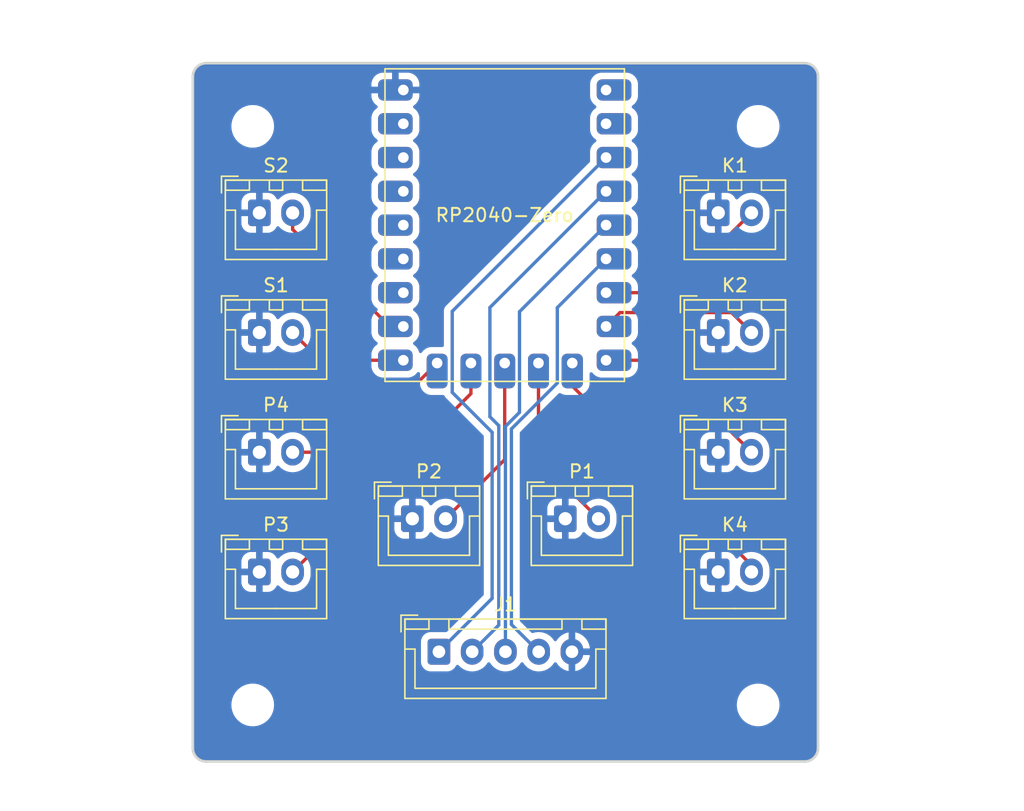
<source format=kicad_pcb>
(kicad_pcb (version 20221018) (generator pcbnew)
  (layers (0 "F.Cu" signal) (31 "B.Cu" signal) (34 "B.Paste" user) (35 "F.Paste" user) (36 "B.SilkS" user "B.Silkscreen") (37 "F.SilkS" user "F.Silkscreen") (38 "B.Mask" user) (39 "F.Mask" user) (44 "Edge.Cuts" user))
  (net 0 "")
  (net 1 "/COM")
  (net 2 "/1P")
  (net 3 "/2P")
  (net 4 "/3P")
  (net 5 "/4P")
  (net 6 "/1K")
  (net 7 "/2K")
  (net 8 "/3K")
  (net 9 "/4K")
  (net 10 "/S1")
  (net 11 "/S2")
  (net 12 "/UP")
  (net 13 "/DOWN")
  (net 14 "/RIGHT")
  (net 15 "/LEFT")
  (footprint "Connector_JST:JST_XH_B2B-XH-A_1x02_P2.50mm_Vertical" (layer "F.Cu") (at 188.5 79)
    (fp_text reference "P1" (at 1.25 -3.55) (layer "F.SilkS"))
    (fp_text value "Conn_01x02_Socket")
    (fp_line (start -2.85 -2.75) (end -2.85 -1.5) (stroke (width 0.12)) (layer "F.SilkS"))
    (fp_line (start -2.56 -2.46) (end -2.56 3.51) (stroke (width 0.12)) (layer "F.SilkS"))
    (fp_line (start -2.56 3.51) (end 5.06 3.51) (stroke (width 0.12)) (layer "F.SilkS"))
    (fp_line (start -2.55 -2.45) (end -2.55 -1.7) (stroke (width 0.12)) (layer "F.SilkS"))
    (fp_line (start -2.55 -1.7) (end -0.75 -1.7) (stroke (width 0.12)) (layer "F.SilkS"))
    (fp_line (start -2.55 -0.2) (end -1.8 -0.2) (stroke (width 0.12)) (layer "F.SilkS"))
    (fp_line (start -1.8 -0.2) (end -1.8 2.75) (stroke (width 0.12)) (layer "F.SilkS"))
    (fp_line (start -1.8 2.75) (end 1.25 2.75) (stroke (width 0.12)) (layer "F.SilkS"))
    (fp_line (start -1.6 -2.75) (end -2.85 -2.75) (stroke (width 0.12)) (layer "F.SilkS"))
    (fp_line (start -0.75 -2.45) (end -2.55 -2.45) (stroke (width 0.12)) (layer "F.SilkS"))
    (fp_line (start -0.75 -1.7) (end -0.75 -2.45) (stroke (width 0.12)) (layer "F.SilkS"))
    (fp_line (start 0.75 -2.45) (end 0.75 -1.7) (stroke (width 0.12)) (layer "F.SilkS"))
    (fp_line (start 0.75 -1.7) (end 1.75 -1.7) (stroke (width 0.12)) (layer "F.SilkS"))
    (fp_line (start 1.75 -2.45) (end 0.75 -2.45) (stroke (width 0.12)) (layer "F.SilkS"))
    (fp_line (start 1.75 -1.7) (end 1.75 -2.45) (stroke (width 0.12)) (layer "F.SilkS"))
    (fp_line (start 3.25 -2.45) (end 3.25 -1.7) (stroke (width 0.12)) (layer "F.SilkS"))
    (fp_line (start 3.25 -1.7) (end 5.05 -1.7) (stroke (width 0.12)) (layer "F.SilkS"))
    (fp_line (start 4.3 -0.2) (end 4.3 2.75) (stroke (width 0.12)) (layer "F.SilkS"))
    (fp_line (start 4.3 2.75) (end 1.25 2.75) (stroke (width 0.12)) (layer "F.SilkS"))
    (fp_line (start 5.05 -2.45) (end 3.25 -2.45) (stroke (width 0.12)) (layer "F.SilkS"))
    (fp_line (start 5.05 -1.7) (end 5.05 -2.45) (stroke (width 0.12)) (layer "F.SilkS"))
    (fp_line (start 5.05 -0.2) (end 4.3 -0.2) (stroke (width 0.12)) (layer "F.SilkS"))
    (fp_line (start 5.06 -2.46) (end -2.56 -2.46) (stroke (width 0.12)) (layer "F.SilkS"))
    (fp_line (start 5.06 3.51) (end 5.06 -2.46) (stroke (width 0.12)) (layer "F.SilkS"))
    (pad "1" thru_hole roundrect (at 0 0) (size 1.7 2) (drill 1) (layers "*.Cu" "*.Mask") (roundrect_rratio 0.1470588235) (net 1 "/COM"))
    (pad "2" thru_hole oval (at 2.5 0) (size 1.7 2) (drill 1) (layers "*.Cu" "*.Mask") (net 2 "/1P"))
  )
  (footprint "MountingHole:MountingHole_2.7mm_M2.5" (layer "F.Cu") (at 165 49.5)
    (fp_text reference "REF**" hide)
    (fp_text value "MountingHole_2.7mm_M2.5")
    (pad "" np_thru_hole circle (at 0 0) (size 2.7 2.7) (drill 2.7) (layers "*.Cu" "*.Mask"))
  )
  (footprint "MountingHole:MountingHole_2.7mm_M2.5" (layer "F.Cu") (at 165 93)
    (fp_text reference "REF**" hide)
    (fp_text value "MountingHole_2.7mm_M2.5")
    (pad "" np_thru_hole circle (at 0 0) (size 2.7 2.7) (drill 2.7) (layers "*.Cu" "*.Mask"))
  )
  (footprint "Connector_JST:JST_XH_B2B-XH-A_1x02_P2.50mm_Vertical" (layer "F.Cu") (at 200 56)
    (fp_text reference "K1" (at 1.25 -3.55) (layer "F.SilkS"))
    (fp_text value "Conn_01x02_Socket")
    (fp_line (start -2.85 -2.75) (end -2.85 -1.5) (stroke (width 0.12)) (layer "F.SilkS"))
    (fp_line (start -2.56 -2.46) (end -2.56 3.51) (stroke (width 0.12)) (layer "F.SilkS"))
    (fp_line (start -2.56 3.51) (end 5.06 3.51) (stroke (width 0.12)) (layer "F.SilkS"))
    (fp_line (start -2.55 -2.45) (end -2.55 -1.7) (stroke (width 0.12)) (layer "F.SilkS"))
    (fp_line (start -2.55 -1.7) (end -0.75 -1.7) (stroke (width 0.12)) (layer "F.SilkS"))
    (fp_line (start -2.55 -0.2) (end -1.8 -0.2) (stroke (width 0.12)) (layer "F.SilkS"))
    (fp_line (start -1.8 -0.2) (end -1.8 2.75) (stroke (width 0.12)) (layer "F.SilkS"))
    (fp_line (start -1.8 2.75) (end 1.25 2.75) (stroke (width 0.12)) (layer "F.SilkS"))
    (fp_line (start -1.6 -2.75) (end -2.85 -2.75) (stroke (width 0.12)) (layer "F.SilkS"))
    (fp_line (start -0.75 -2.45) (end -2.55 -2.45) (stroke (width 0.12)) (layer "F.SilkS"))
    (fp_line (start -0.75 -1.7) (end -0.75 -2.45) (stroke (width 0.12)) (layer "F.SilkS"))
    (fp_line (start 0.75 -2.45) (end 0.75 -1.7) (stroke (width 0.12)) (layer "F.SilkS"))
    (fp_line (start 0.75 -1.7) (end 1.75 -1.7) (stroke (width 0.12)) (layer "F.SilkS"))
    (fp_line (start 1.75 -2.45) (end 0.75 -2.45) (stroke (width 0.12)) (layer "F.SilkS"))
    (fp_line (start 1.75 -1.7) (end 1.75 -2.45) (stroke (width 0.12)) (layer "F.SilkS"))
    (fp_line (start 3.25 -2.45) (end 3.25 -1.7) (stroke (width 0.12)) (layer "F.SilkS"))
    (fp_line (start 3.25 -1.7) (end 5.05 -1.7) (stroke (width 0.12)) (layer "F.SilkS"))
    (fp_line (start 4.3 -0.2) (end 4.3 2.75) (stroke (width 0.12)) (layer "F.SilkS"))
    (fp_line (start 4.3 2.75) (end 1.25 2.75) (stroke (width 0.12)) (layer "F.SilkS"))
    (fp_line (start 5.05 -2.45) (end 3.25 -2.45) (stroke (width 0.12)) (layer "F.SilkS"))
    (fp_line (start 5.05 -1.7) (end 5.05 -2.45) (stroke (width 0.12)) (layer "F.SilkS"))
    (fp_line (start 5.05 -0.2) (end 4.3 -0.2) (stroke (width 0.12)) (layer "F.SilkS"))
    (fp_line (start 5.06 -2.46) (end -2.56 -2.46) (stroke (width 0.12)) (layer "F.SilkS"))
    (fp_line (start 5.06 3.51) (end 5.06 -2.46) (stroke (width 0.12)) (layer "F.SilkS"))
    (pad "1" thru_hole roundrect (at 0 0) (size 1.7 2) (drill 1) (layers "*.Cu" "*.Mask") (roundrect_rratio 0.1470588235) (net 1 "/COM"))
    (pad "2" thru_hole oval (at 2.5 0) (size 1.7 2) (drill 1) (layers "*.Cu" "*.Mask") (net 6 "/1K"))
  )
  (footprint "Connector_JST:JST_XH_B2B-XH-A_1x02_P2.50mm_Vertical" (layer "F.Cu") (at 200 83)
    (fp_text reference "K4" (at 1.25 -3.55) (layer "F.SilkS"))
    (fp_text value "Conn_01x02_Socket")
    (fp_line (start -2.85 -2.75) (end -2.85 -1.5) (stroke (width 0.12)) (layer "F.SilkS"))
    (fp_line (start -2.56 -2.46) (end -2.56 3.51) (stroke (width 0.12)) (layer "F.SilkS"))
    (fp_line (start -2.56 3.51) (end 5.06 3.51) (stroke (width 0.12)) (layer "F.SilkS"))
    (fp_line (start -2.55 -2.45) (end -2.55 -1.7) (stroke (width 0.12)) (layer "F.SilkS"))
    (fp_line (start -2.55 -1.7) (end -0.75 -1.7) (stroke (width 0.12)) (layer "F.SilkS"))
    (fp_line (start -2.55 -0.2) (end -1.8 -0.2) (stroke (width 0.12)) (layer "F.SilkS"))
    (fp_line (start -1.8 -0.2) (end -1.8 2.75) (stroke (width 0.12)) (layer "F.SilkS"))
    (fp_line (start -1.8 2.75) (end 1.25 2.75) (stroke (width 0.12)) (layer "F.SilkS"))
    (fp_line (start -1.6 -2.75) (end -2.85 -2.75) (stroke (width 0.12)) (layer "F.SilkS"))
    (fp_line (start -0.75 -2.45) (end -2.55 -2.45) (stroke (width 0.12)) (layer "F.SilkS"))
    (fp_line (start -0.75 -1.7) (end -0.75 -2.45) (stroke (width 0.12)) (layer "F.SilkS"))
    (fp_line (start 0.75 -2.45) (end 0.75 -1.7) (stroke (width 0.12)) (layer "F.SilkS"))
    (fp_line (start 0.75 -1.7) (end 1.75 -1.7) (stroke (width 0.12)) (layer "F.SilkS"))
    (fp_line (start 1.75 -2.45) (end 0.75 -2.45) (stroke (width 0.12)) (layer "F.SilkS"))
    (fp_line (start 1.75 -1.7) (end 1.75 -2.45) (stroke (width 0.12)) (layer "F.SilkS"))
    (fp_line (start 3.25 -2.45) (end 3.25 -1.7) (stroke (width 0.12)) (layer "F.SilkS"))
    (fp_line (start 3.25 -1.7) (end 5.05 -1.7) (stroke (width 0.12)) (layer "F.SilkS"))
    (fp_line (start 4.3 -0.2) (end 4.3 2.75) (stroke (width 0.12)) (layer "F.SilkS"))
    (fp_line (start 4.3 2.75) (end 1.25 2.75) (stroke (width 0.12)) (layer "F.SilkS"))
    (fp_line (start 5.05 -2.45) (end 3.25 -2.45) (stroke (width 0.12)) (layer "F.SilkS"))
    (fp_line (start 5.05 -1.7) (end 5.05 -2.45) (stroke (width 0.12)) (layer "F.SilkS"))
    (fp_line (start 5.05 -0.2) (end 4.3 -0.2) (stroke (width 0.12)) (layer "F.SilkS"))
    (fp_line (start 5.06 -2.46) (end -2.56 -2.46) (stroke (width 0.12)) (layer "F.SilkS"))
    (fp_line (start 5.06 3.51) (end 5.06 -2.46) (stroke (width 0.12)) (layer "F.SilkS"))
    (pad "1" thru_hole roundrect (at 0 0) (size 1.7 2) (drill 1) (layers "*.Cu" "*.Mask") (roundrect_rratio 0.1470588235) (net 1 "/COM"))
    (pad "2" thru_hole oval (at 2.5 0) (size 1.7 2) (drill 1) (layers "*.Cu" "*.Mask") (net 9 "/4K"))
  )
  (footprint "Connector_JST:JST_XH_B5B-XH-A_1x05_P2.50mm_Vertical" (layer "F.Cu") (at 179 89)
    (fp_text reference "J1" (at 5 -3.55) (layer "F.SilkS"))
    (fp_text value "Conn_01x04_Socket")
    (fp_line (start -2.85 -2.75) (end -2.85 -1.5) (stroke (width 0.12)) (layer "F.SilkS"))
    (fp_line (start -2.56 -2.46) (end -2.56 3.51) (stroke (width 0.12)) (layer "F.SilkS"))
    (fp_line (start -2.56 3.51) (end 12.56 3.51) (stroke (width 0.12)) (layer "F.SilkS"))
    (fp_line (start -2.55 -2.45) (end -2.55 -1.7) (stroke (width 0.12)) (layer "F.SilkS"))
    (fp_line (start -2.55 -1.7) (end -0.75 -1.7) (stroke (width 0.12)) (layer "F.SilkS"))
    (fp_line (start -2.55 -0.2) (end -1.8 -0.2) (stroke (width 0.12)) (layer "F.SilkS"))
    (fp_line (start -1.8 -0.2) (end -1.8 2.75) (stroke (width 0.12)) (layer "F.SilkS"))
    (fp_line (start -1.8 2.75) (end 5 2.75) (stroke (width 0.12)) (layer "F.SilkS"))
    (fp_line (start -1.6 -2.75) (end -2.85 -2.75) (stroke (width 0.12)) (layer "F.SilkS"))
    (fp_line (start -0.75 -2.45) (end -2.55 -2.45) (stroke (width 0.12)) (layer "F.SilkS"))
    (fp_line (start -0.75 -1.7) (end -0.75 -2.45) (stroke (width 0.12)) (layer "F.SilkS"))
    (fp_line (start 0.75 -2.45) (end 0.75 -1.7) (stroke (width 0.12)) (layer "F.SilkS"))
    (fp_line (start 0.75 -1.7) (end 9.25 -1.7) (stroke (width 0.12)) (layer "F.SilkS"))
    (fp_line (start 9.25 -2.45) (end 0.75 -2.45) (stroke (width 0.12)) (layer "F.SilkS"))
    (fp_line (start 9.25 -1.7) (end 9.25 -2.45) (stroke (width 0.12)) (layer "F.SilkS"))
    (fp_line (start 10.75 -2.45) (end 10.75 -1.7) (stroke (width 0.12)) (layer "F.SilkS"))
    (fp_line (start 10.75 -1.7) (end 12.55 -1.7) (stroke (width 0.12)) (layer "F.SilkS"))
    (fp_line (start 11.8 -0.2) (end 11.8 2.75) (stroke (width 0.12)) (layer "F.SilkS"))
    (fp_line (start 11.8 2.75) (end 5 2.75) (stroke (width 0.12)) (layer "F.SilkS"))
    (fp_line (start 12.55 -2.45) (end 10.75 -2.45) (stroke (width 0.12)) (layer "F.SilkS"))
    (fp_line (start 12.55 -1.7) (end 12.55 -2.45) (stroke (width 0.12)) (layer "F.SilkS"))
    (fp_line (start 12.55 -0.2) (end 11.8 -0.2) (stroke (width 0.12)) (layer "F.SilkS"))
    (fp_line (start 12.56 -2.46) (end -2.56 -2.46) (stroke (width 0.12)) (layer "F.SilkS"))
    (fp_line (start 12.56 3.51) (end 12.56 -2.46) (stroke (width 0.12)) (layer "F.SilkS"))
    (pad "1" thru_hole roundrect (at 0 0) (size 1.7 1.95) (drill 0.95) (layers "*.Cu" "*.Mask") (roundrect_rratio 0.1470588235) (net 12 "/UP"))
    (pad "2" thru_hole oval (at 2.5 0) (size 1.7 1.95) (drill 0.95) (layers "*.Cu" "*.Mask") (net 13 "/DOWN"))
    (pad "3" thru_hole oval (at 5 0) (size 1.7 1.95) (drill 0.95) (layers "*.Cu" "*.Mask") (net 14 "/RIGHT"))
    (pad "4" thru_hole oval (at 7.5 0) (size 1.7 1.95) (drill 0.95) (layers "*.Cu" "*.Mask") (net 15 "/LEFT"))
    (pad "5" thru_hole oval (at 10 0) (size 1.7 1.95) (drill 0.95) (layers "*.Cu" "*.Mask") (net 1 "/COM"))
  )
  (footprint "Connector_JST:JST_XH_B2B-XH-A_1x02_P2.50mm_Vertical" (layer "F.Cu") (at 165.5 56)
    (fp_text reference "S2" (at 1.25 -3.55) (layer "F.SilkS"))
    (fp_text value "Conn_01x02_Socket")
    (fp_line (start -2.85 -2.75) (end -2.85 -1.5) (stroke (width 0.12)) (layer "F.SilkS"))
    (fp_line (start -2.56 -2.46) (end -2.56 3.51) (stroke (width 0.12)) (layer "F.SilkS"))
    (fp_line (start -2.56 3.51) (end 5.06 3.51) (stroke (width 0.12)) (layer "F.SilkS"))
    (fp_line (start -2.55 -2.45) (end -2.55 -1.7) (stroke (width 0.12)) (layer "F.SilkS"))
    (fp_line (start -2.55 -1.7) (end -0.75 -1.7) (stroke (width 0.12)) (layer "F.SilkS"))
    (fp_line (start -2.55 -0.2) (end -1.8 -0.2) (stroke (width 0.12)) (layer "F.SilkS"))
    (fp_line (start -1.8 -0.2) (end -1.8 2.75) (stroke (width 0.12)) (layer "F.SilkS"))
    (fp_line (start -1.8 2.75) (end 1.25 2.75) (stroke (width 0.12)) (layer "F.SilkS"))
    (fp_line (start -1.6 -2.75) (end -2.85 -2.75) (stroke (width 0.12)) (layer "F.SilkS"))
    (fp_line (start -0.75 -2.45) (end -2.55 -2.45) (stroke (width 0.12)) (layer "F.SilkS"))
    (fp_line (start -0.75 -1.7) (end -0.75 -2.45) (stroke (width 0.12)) (layer "F.SilkS"))
    (fp_line (start 0.75 -2.45) (end 0.75 -1.7) (stroke (width 0.12)) (layer "F.SilkS"))
    (fp_line (start 0.75 -1.7) (end 1.75 -1.7) (stroke (width 0.12)) (layer "F.SilkS"))
    (fp_line (start 1.75 -2.45) (end 0.75 -2.45) (stroke (width 0.12)) (layer "F.SilkS"))
    (fp_line (start 1.75 -1.7) (end 1.75 -2.45) (stroke (width 0.12)) (layer "F.SilkS"))
    (fp_line (start 3.25 -2.45) (end 3.25 -1.7) (stroke (width 0.12)) (layer "F.SilkS"))
    (fp_line (start 3.25 -1.7) (end 5.05 -1.7) (stroke (width 0.12)) (layer "F.SilkS"))
    (fp_line (start 4.3 -0.2) (end 4.3 2.75) (stroke (width 0.12)) (layer "F.SilkS"))
    (fp_line (start 4.3 2.75) (end 1.25 2.75) (stroke (width 0.12)) (layer "F.SilkS"))
    (fp_line (start 5.05 -2.45) (end 3.25 -2.45) (stroke (width 0.12)) (layer "F.SilkS"))
    (fp_line (start 5.05 -1.7) (end 5.05 -2.45) (stroke (width 0.12)) (layer "F.SilkS"))
    (fp_line (start 5.05 -0.2) (end 4.3 -0.2) (stroke (width 0.12)) (layer "F.SilkS"))
    (fp_line (start 5.06 -2.46) (end -2.56 -2.46) (stroke (width 0.12)) (layer "F.SilkS"))
    (fp_line (start 5.06 3.51) (end 5.06 -2.46) (stroke (width 0.12)) (layer "F.SilkS"))
    (pad "1" thru_hole roundrect (at 0 0) (size 1.7 2) (drill 1) (layers "*.Cu" "*.Mask") (roundrect_rratio 0.1470588235) (net 1 "/COM"))
    (pad "2" thru_hole oval (at 2.5 0) (size 1.7 2) (drill 1) (layers "*.Cu" "*.Mask") (net 11 "/S2"))
  )
  (footprint "REB:RP2040-Zero" (layer "F.Cu") (at 173.785 69.625)
    (fp_text reference "RZ1")
    (fp_text value "RP2040-Zero" (at 10.16 -13.45 unlocked) (layer "F.SilkS"))
    (fp_line (start 1.16 -24.45) (end 1.16 -0.95) (stroke (width 0.12)) (layer "F.SilkS"))
    (fp_line (start 1.16 -0.95) (end 19.16 -0.95) (stroke (width 0.12)) (layer "F.SilkS"))
    (fp_line (start 19.16 -24.45) (end 1.16 -24.45) (stroke (width 0.12)) (layer "F.SilkS"))
    (fp_line (start 19.16 -0.95) (end 19.16 -24.45) (stroke (width 0.12)) (layer "F.SilkS"))
    (pad "1" thru_hole roundrect (at 17.78 -22.86) (size 2.6 1.6) (drill 0.8 (offset 0.6 0)) (layers "*.Cu" "*.Mask"))
    (pad "2" thru_hole roundrect (at 17.78 -20.32) (size 2.6 1.6) (drill 0.8 (offset 0.6 0)) (layers "*.Cu" "*.Mask"))
    (pad "3" thru_hole roundrect (at 17.78 -17.78) (size 2.6 1.6) (drill 0.8 (offset 0.6 0)) (layers "*.Cu" "*.Mask") (net 12 "/UP"))
    (pad "4" thru_hole roundrect (at 17.78 -15.24) (size 2.6 1.6) (drill 0.8 (offset 0.6 0)) (layers "*.Cu" "*.Mask") (net 13 "/DOWN"))
    (pad "5" thru_hole roundrect (at 17.78 -12.7) (size 2.6 1.6) (drill 0.8 (offset 0.6 0)) (layers "*.Cu" "*.Mask") (net 14 "/RIGHT"))
    (pad "6" thru_hole roundrect (at 17.78 -10.16) (size 2.6 1.6002) (drill 0.8 (offset 0.6 0)) (layers "*.Cu" "*.Mask") (net 15 "/LEFT"))
    (pad "7" thru_hole roundrect (at 17.78 -7.62) (size 2.6 1.6002) (drill 0.8 (offset 0.6 0)) (layers "*.Cu" "*.Mask") (net 6 "/1K"))
    (pad "8" thru_hole roundrect (at 17.78 -5.08) (size 2.6 1.6002) (drill 0.8 (offset 0.6 0)) (layers "*.Cu" "*.Mask") (net 7 "/2K"))
    (pad "9" thru_hole roundrect (at 17.78 -2.54) (size 2.6 1.6002) (drill 0.8 (offset 0.6 0)) (layers "*.Cu" "*.Mask") (net 8 "/3K"))
    (pad "10" thru_hole roundrect (at 15.24 -2.33) (size 1.6 2.6) (drill 0.8 (offset 0 0.6)) (layers "*.Cu" "*.Mask") (net 9 "/4K"))
    (pad "11" thru_hole roundrect (at 12.7 -2.33) (size 1.5748 2.6) (drill 0.8 (offset 0 0.6)) (layers "*.Cu" "*.Mask") (net 2 "/1P"))
    (pad "12" thru_hole roundrect (at 10.16 -2.33) (size 1.5748 2.6) (drill 0.8 (offset 0 0.6)) (layers "*.Cu" "*.Mask") (net 3 "/2P"))
    (pad "13" thru_hole roundrect (at 7.62 -2.33) (size 1.5748 2.6) (drill 0.8 (offset 0 0.6)) (layers "*.Cu" "*.Mask") (net 4 "/3P"))
    (pad "14" thru_hole roundrect (at 5.08 -2.33) (size 1.5748 2.6) (drill 0.8 (offset 0 0.6)) (layers "*.Cu" "*.Mask") (net 5 "/4P"))
    (pad "15" thru_hole roundrect (at 2.54 -2.54) (size 2.6 1.6002) (drill 0.8 (offset -0.6 0)) (layers "*.Cu" "*.Mask") (net 10 "/S1"))
    (pad "16" thru_hole roundrect (at 2.54 -5.08) (size 2.6 1.6002) (drill 0.8 (offset -0.6 0)) (layers "*.Cu" "*.Mask") (net 11 "/S2"))
    (pad "17" thru_hole roundrect (at 2.54 -7.62) (size 2.6 1.6002) (drill 0.8 (offset -0.6 0)) (layers "*.Cu" "*.Mask"))
    (pad "18" thru_hole roundrect (at 2.54 -10.16) (size 2.6 1.6002) (drill 0.8 (offset -0.6 0)) (layers "*.Cu" "*.Mask"))
    (pad "19" thru_hole roundrect (at 2.54 -12.7) (size 2.6 1.6002) (drill 0.8 (offset -0.6 0)) (layers "*.Cu" "*.Mask"))
    (pad "20" thru_hole roundrect (at 2.54 -15.24) (size 2.6 1.6002) (drill 0.8 (offset -0.6 0)) (layers "*.Cu" "*.Mask"))
    (pad "21" thru_hole roundrect (at 2.54 -17.78) (size 2.6 1.6002) (drill 0.8 (offset -0.6 0)) (layers "*.Cu" "*.Mask"))
    (pad "22" thru_hole roundrect (at 2.54 -20.32) (size 2.6 1.6002) (drill 0.8 (offset -0.6 0)) (layers "*.Cu" "*.Mask"))
    (pad "23" thru_hole roundrect (at 2.54 -22.86) (size 2.6 1.6002) (drill 0.8 (offset -0.6 0)) (layers "*.Cu" "*.Mask") (net 1 "/COM"))
  )
  (footprint "MountingHole:MountingHole_2.7mm_M2.5" (layer "F.Cu") (at 203 49.5)
    (fp_text reference "REF**" hide)
    (fp_text value "MountingHole_2.7mm_M2.5")
    (pad "" np_thru_hole circle (at 0 0) (size 2.7 2.7) (drill 2.7) (layers "*.Cu" "*.Mask"))
  )
  (footprint "MountingHole:MountingHole_2.7mm_M2.5" (layer "F.Cu") (at 203 93)
    (fp_text reference "REF**" hide)
    (fp_text value "MountingHole_2.7mm_M2.5")
    (pad "" np_thru_hole circle (at 0 0) (size 2.7 2.7) (drill 2.7) (layers "*.Cu" "*.Mask"))
  )
  (footprint "Connector_JST:JST_XH_B2B-XH-A_1x02_P2.50mm_Vertical" (layer "F.Cu") (at 177 79)
    (fp_text reference "P2" (at 1.25 -3.55) (layer "F.SilkS"))
    (fp_text value "Conn_01x02_Socket")
    (fp_line (start -2.85 -2.75) (end -2.85 -1.5) (stroke (width 0.12)) (layer "F.SilkS"))
    (fp_line (start -2.56 -2.46) (end -2.56 3.51) (stroke (width 0.12)) (layer "F.SilkS"))
    (fp_line (start -2.56 3.51) (end 5.06 3.51) (stroke (width 0.12)) (layer "F.SilkS"))
    (fp_line (start -2.55 -2.45) (end -2.55 -1.7) (stroke (width 0.12)) (layer "F.SilkS"))
    (fp_line (start -2.55 -1.7) (end -0.75 -1.7) (stroke (width 0.12)) (layer "F.SilkS"))
    (fp_line (start -2.55 -0.2) (end -1.8 -0.2) (stroke (width 0.12)) (layer "F.SilkS"))
    (fp_line (start -1.8 -0.2) (end -1.8 2.75) (stroke (width 0.12)) (layer "F.SilkS"))
    (fp_line (start -1.8 2.75) (end 1.25 2.75) (stroke (width 0.12)) (layer "F.SilkS"))
    (fp_line (start -1.6 -2.75) (end -2.85 -2.75) (stroke (width 0.12)) (layer "F.SilkS"))
    (fp_line (start -0.75 -2.45) (end -2.55 -2.45) (stroke (width 0.12)) (layer "F.SilkS"))
    (fp_line (start -0.75 -1.7) (end -0.75 -2.45) (stroke (width 0.12)) (layer "F.SilkS"))
    (fp_line (start 0.75 -2.45) (end 0.75 -1.7) (stroke (width 0.12)) (layer "F.SilkS"))
    (fp_line (start 0.75 -1.7) (end 1.75 -1.7) (stroke (width 0.12)) (layer "F.SilkS"))
    (fp_line (start 1.75 -2.45) (end 0.75 -2.45) (stroke (width 0.12)) (layer "F.SilkS"))
    (fp_line (start 1.75 -1.7) (end 1.75 -2.45) (stroke (width 0.12)) (layer "F.SilkS"))
    (fp_line (start 3.25 -2.45) (end 3.25 -1.7) (stroke (width 0.12)) (layer "F.SilkS"))
    (fp_line (start 3.25 -1.7) (end 5.05 -1.7) (stroke (width 0.12)) (layer "F.SilkS"))
    (fp_line (start 4.3 -0.2) (end 4.3 2.75) (stroke (width 0.12)) (layer "F.SilkS"))
    (fp_line (start 4.3 2.75) (end 1.25 2.75) (stroke (width 0.12)) (layer "F.SilkS"))
    (fp_line (start 5.05 -2.45) (end 3.25 -2.45) (stroke (width 0.12)) (layer "F.SilkS"))
    (fp_line (start 5.05 -1.7) (end 5.05 -2.45) (stroke (width 0.12)) (layer "F.SilkS"))
    (fp_line (start 5.05 -0.2) (end 4.3 -0.2) (stroke (width 0.12)) (layer "F.SilkS"))
    (fp_line (start 5.06 -2.46) (end -2.56 -2.46) (stroke (width 0.12)) (layer "F.SilkS"))
    (fp_line (start 5.06 3.51) (end 5.06 -2.46) (stroke (width 0.12)) (layer "F.SilkS"))
    (pad "1" thru_hole roundrect (at 0 0) (size 1.7 2) (drill 1) (layers "*.Cu" "*.Mask") (roundrect_rratio 0.1470588235) (net 1 "/COM"))
    (pad "2" thru_hole oval (at 2.5 0) (size 1.7 2) (drill 1) (layers "*.Cu" "*.Mask") (net 3 "/2P"))
  )
  (footprint "Connector_JST:JST_XH_B2B-XH-A_1x02_P2.50mm_Vertical" (layer "F.Cu") (at 165.5 74)
    (fp_text reference "P4" (at 1.25 -3.55) (layer "F.SilkS"))
    (fp_text value "Conn_01x02_Socket")
    (fp_line (start -2.85 -2.75) (end -2.85 -1.5) (stroke (width 0.12)) (layer "F.SilkS"))
    (fp_line (start -2.56 -2.46) (end -2.56 3.51) (stroke (width 0.12)) (layer "F.SilkS"))
    (fp_line (start -2.56 3.51) (end 5.06 3.51) (stroke (width 0.12)) (layer "F.SilkS"))
    (fp_line (start -2.55 -2.45) (end -2.55 -1.7) (stroke (width 0.12)) (layer "F.SilkS"))
    (fp_line (start -2.55 -1.7) (end -0.75 -1.7) (stroke (width 0.12)) (layer "F.SilkS"))
    (fp_line (start -2.55 -0.2) (end -1.8 -0.2) (stroke (width 0.12)) (layer "F.SilkS"))
    (fp_line (start -1.8 -0.2) (end -1.8 2.75) (stroke (width 0.12)) (layer "F.SilkS"))
    (fp_line (start -1.8 2.75) (end 1.25 2.75) (stroke (width 0.12)) (layer "F.SilkS"))
    (fp_line (start -1.6 -2.75) (end -2.85 -2.75) (stroke (width 0.12)) (layer "F.SilkS"))
    (fp_line (start -0.75 -2.45) (end -2.55 -2.45) (stroke (width 0.12)) (layer "F.SilkS"))
    (fp_line (start -0.75 -1.7) (end -0.75 -2.45) (stroke (width 0.12)) (layer "F.SilkS"))
    (fp_line (start 0.75 -2.45) (end 0.75 -1.7) (stroke (width 0.12)) (layer "F.SilkS"))
    (fp_line (start 0.75 -1.7) (end 1.75 -1.7) (stroke (width 0.12)) (layer "F.SilkS"))
    (fp_line (start 1.75 -2.45) (end 0.75 -2.45) (stroke (width 0.12)) (layer "F.SilkS"))
    (fp_line (start 1.75 -1.7) (end 1.75 -2.45) (stroke (width 0.12)) (layer "F.SilkS"))
    (fp_line (start 3.25 -2.45) (end 3.25 -1.7) (stroke (width 0.12)) (layer "F.SilkS"))
    (fp_line (start 3.25 -1.7) (end 5.05 -1.7) (stroke (width 0.12)) (layer "F.SilkS"))
    (fp_line (start 4.3 -0.2) (end 4.3 2.75) (stroke (width 0.12)) (layer "F.SilkS"))
    (fp_line (start 4.3 2.75) (end 1.25 2.75) (stroke (width 0.12)) (layer "F.SilkS"))
    (fp_line (start 5.05 -2.45) (end 3.25 -2.45) (stroke (width 0.12)) (layer "F.SilkS"))
    (fp_line (start 5.05 -1.7) (end 5.05 -2.45) (stroke (width 0.12)) (layer "F.SilkS"))
    (fp_line (start 5.05 -0.2) (end 4.3 -0.2) (stroke (width 0.12)) (layer "F.SilkS"))
    (fp_line (start 5.06 -2.46) (end -2.56 -2.46) (stroke (width 0.12)) (layer "F.SilkS"))
    (fp_line (start 5.06 3.51) (end 5.06 -2.46) (stroke (width 0.12)) (layer "F.SilkS"))
    (pad "1" thru_hole roundrect (at 0 0) (size 1.7 2) (drill 1) (layers "*.Cu" "*.Mask") (roundrect_rratio 0.1470588235) (net 1 "/COM"))
    (pad "2" thru_hole oval (at 2.5 0) (size 1.7 2) (drill 1) (layers "*.Cu" "*.Mask") (net 5 "/4P"))
  )
  (footprint "Connector_JST:JST_XH_B2B-XH-A_1x02_P2.50mm_Vertical" (layer "F.Cu") (at 165.5 65)
    (fp_text reference "S1" (at 1.25 -3.55) (layer "F.SilkS"))
    (fp_text value "Conn_01x02_Socket")
    (fp_line (start -2.85 -2.75) (end -2.85 -1.5) (stroke (width 0.12)) (layer "F.SilkS"))
    (fp_line (start -2.56 -2.46) (end -2.56 3.51) (stroke (width 0.12)) (layer "F.SilkS"))
    (fp_line (start -2.56 3.51) (end 5.06 3.51) (stroke (width 0.12)) (layer "F.SilkS"))
    (fp_line (start -2.55 -2.45) (end -2.55 -1.7) (stroke (width 0.12)) (layer "F.SilkS"))
    (fp_line (start -2.55 -1.7) (end -0.75 -1.7) (stroke (width 0.12)) (layer "F.SilkS"))
    (fp_line (start -2.55 -0.2) (end -1.8 -0.2) (stroke (width 0.12)) (layer "F.SilkS"))
    (fp_line (start -1.8 -0.2) (end -1.8 2.75) (stroke (width 0.12)) (layer "F.SilkS"))
    (fp_line (start -1.8 2.75) (end 1.25 2.75) (stroke (width 0.12)) (layer "F.SilkS"))
    (fp_line (start -1.6 -2.75) (end -2.85 -2.75) (stroke (width 0.12)) (layer "F.SilkS"))
    (fp_line (start -0.75 -2.45) (end -2.55 -2.45) (stroke (width 0.12)) (layer "F.SilkS"))
    (fp_line (start -0.75 -1.7) (end -0.75 -2.45) (stroke (width 0.12)) (layer "F.SilkS"))
    (fp_line (start 0.75 -2.45) (end 0.75 -1.7) (stroke (width 0.12)) (layer "F.SilkS"))
    (fp_line (start 0.75 -1.7) (end 1.75 -1.7) (stroke (width 0.12)) (layer "F.SilkS"))
    (fp_line (start 1.75 -2.45) (end 0.75 -2.45) (stroke (width 0.12)) (layer "F.SilkS"))
    (fp_line (start 1.75 -1.7) (end 1.75 -2.45) (stroke (width 0.12)) (layer "F.SilkS"))
    (fp_line (start 3.25 -2.45) (end 3.25 -1.7) (stroke (width 0.12)) (layer "F.SilkS"))
    (fp_line (start 3.25 -1.7) (end 5.05 -1.7) (stroke (width 0.12)) (layer "F.SilkS"))
    (fp_line (start 4.3 -0.2) (end 4.3 2.75) (stroke (width 0.12)) (layer "F.SilkS"))
    (fp_line (start 4.3 2.75) (end 1.25 2.75) (stroke (width 0.12)) (layer "F.SilkS"))
    (fp_line (start 5.05 -2.45) (end 3.25 -2.45) (stroke (width 0.12)) (layer "F.SilkS"))
    (fp_line (start 5.05 -1.7) (end 5.05 -2.45) (stroke (width 0.12)) (layer "F.SilkS"))
    (fp_line (start 5.05 -0.2) (end 4.3 -0.2) (stroke (width 0.12)) (layer "F.SilkS"))
    (fp_line (start 5.06 -2.46) (end -2.56 -2.46) (stroke (width 0.12)) (layer "F.SilkS"))
    (fp_line (start 5.06 3.51) (end 5.06 -2.46) (stroke (width 0.12)) (layer "F.SilkS"))
    (pad "1" thru_hole roundrect (at 0 0) (size 1.7 2) (drill 1) (layers "*.Cu" "*.Mask") (roundrect_rratio 0.1470588235) (net 1 "/COM"))
    (pad "2" thru_hole oval (at 2.5 0) (size 1.7 2) (drill 1) (layers "*.Cu" "*.Mask") (net 10 "/S1"))
  )
  (footprint "Connector_JST:JST_XH_B2B-XH-A_1x02_P2.50mm_Vertical" (layer "F.Cu") (at 200 65)
    (fp_text reference "K2" (at 1.25 -3.55) (layer "F.SilkS"))
    (fp_text value "Conn_01x02_Socket")
    (fp_line (start -2.85 -2.75) (end -2.85 -1.5) (stroke (width 0.12)) (layer "F.SilkS"))
    (fp_line (start -2.56 -2.46) (end -2.56 3.51) (stroke (width 0.12)) (layer "F.SilkS"))
    (fp_line (start -2.56 3.51) (end 5.06 3.51) (stroke (width 0.12)) (layer "F.SilkS"))
    (fp_line (start -2.55 -2.45) (end -2.55 -1.7) (stroke (width 0.12)) (layer "F.SilkS"))
    (fp_line (start -2.55 -1.7) (end -0.75 -1.7) (stroke (width 0.12)) (layer "F.SilkS"))
    (fp_line (start -2.55 -0.2) (end -1.8 -0.2) (stroke (width 0.12)) (layer "F.SilkS"))
    (fp_line (start -1.8 -0.2) (end -1.8 2.75) (stroke (width 0.12)) (layer "F.SilkS"))
    (fp_line (start -1.8 2.75) (end 1.25 2.75) (stroke (width 0.12)) (layer "F.SilkS"))
    (fp_line (start -1.6 -2.75) (end -2.85 -2.75) (stroke (width 0.12)) (layer "F.SilkS"))
    (fp_line (start -0.75 -2.45) (end -2.55 -2.45) (stroke (width 0.12)) (layer "F.SilkS"))
    (fp_line (start -0.75 -1.7) (end -0.75 -2.45) (stroke (width 0.12)) (layer "F.SilkS"))
    (fp_line (start 0.75 -2.45) (end 0.75 -1.7) (stroke (width 0.12)) (layer "F.SilkS"))
    (fp_line (start 0.75 -1.7) (end 1.75 -1.7) (stroke (width 0.12)) (layer "F.SilkS"))
    (fp_line (start 1.75 -2.45) (end 0.75 -2.45) (stroke (width 0.12)) (layer "F.SilkS"))
    (fp_line (start 1.75 -1.7) (end 1.75 -2.45) (stroke (width 0.12)) (layer "F.SilkS"))
    (fp_line (start 3.25 -2.45) (end 3.25 -1.7) (stroke (width 0.12)) (layer "F.SilkS"))
    (fp_line (start 3.25 -1.7) (end 5.05 -1.7) (stroke (width 0.12)) (layer "F.SilkS"))
    (fp_line (start 4.3 -0.2) (end 4.3 2.75) (stroke (width 0.12)) (layer "F.SilkS"))
    (fp_line (start 4.3 2.75) (end 1.25 2.75) (stroke (width 0.12)) (layer "F.SilkS"))
    (fp_line (start 5.05 -2.45) (end 3.25 -2.45) (stroke (width 0.12)) (layer "F.SilkS"))
    (fp_line (start 5.05 -1.7) (end 5.05 -2.45) (stroke (width 0.12)) (layer "F.SilkS"))
    (fp_line (start 5.05 -0.2) (end 4.3 -0.2) (stroke (width 0.12)) (layer "F.SilkS"))
    (fp_line (start 5.06 -2.46) (end -2.56 -2.46) (stroke (width 0.12)) (layer "F.SilkS"))
    (fp_line (start 5.06 3.51) (end 5.06 -2.46) (stroke (width 0.12)) (layer "F.SilkS"))
    (pad "1" thru_hole roundrect (at 0 0) (size 1.7 2) (drill 1) (layers "*.Cu" "*.Mask") (roundrect_rratio 0.1470588235) (net 1 "/COM"))
    (pad "2" thru_hole oval (at 2.5 0) (size 1.7 2) (drill 1) (layers "*.Cu" "*.Mask") (net 7 "/2K"))
  )
  (footprint "Connector_JST:JST_XH_B2B-XH-A_1x02_P2.50mm_Vertical" (layer "F.Cu") (at 200 74)
    (fp_text reference "K3" (at 1.25 -3.55) (layer "F.SilkS"))
    (fp_text value "Conn_01x02_Socket")
    (fp_line (start -2.85 -2.75) (end -2.85 -1.5) (stroke (width 0.12)) (layer "F.SilkS"))
    (fp_line (start -2.56 -2.46) (end -2.56 3.51) (stroke (width 0.12)) (layer "F.SilkS"))
    (fp_line (start -2.56 3.51) (end 5.06 3.51) (stroke (width 0.12)) (layer "F.SilkS"))
    (fp_line (start -2.55 -2.45) (end -2.55 -1.7) (stroke (width 0.12)) (layer "F.SilkS"))
    (fp_line (start -2.55 -1.7) (end -0.75 -1.7) (stroke (width 0.12)) (layer "F.SilkS"))
    (fp_line (start -2.55 -0.2) (end -1.8 -0.2) (stroke (width 0.12)) (layer "F.SilkS"))
    (fp_line (start -1.8 -0.2) (end -1.8 2.75) (stroke (width 0.12)) (layer "F.SilkS"))
    (fp_line (start -1.8 2.75) (end 1.25 2.75) (stroke (width 0.12)) (layer "F.SilkS"))
    (fp_line (start -1.6 -2.75) (end -2.85 -2.75) (stroke (width 0.12)) (layer "F.SilkS"))
    (fp_line (start -0.75 -2.45) (end -2.55 -2.45) (stroke (width 0.12)) (layer "F.SilkS"))
    (fp_line (start -0.75 -1.7) (end -0.75 -2.45) (stroke (width 0.12)) (layer "F.SilkS"))
    (fp_line (start 0.75 -2.45) (end 0.75 -1.7) (stroke (width 0.12)) (layer "F.SilkS"))
    (fp_line (start 0.75 -1.7) (end 1.75 -1.7) (stroke (width 0.12)) (layer "F.SilkS"))
    (fp_line (start 1.75 -2.45) (end 0.75 -2.45) (stroke (width 0.12)) (layer "F.SilkS"))
    (fp_line (start 1.75 -1.7) (end 1.75 -2.45) (stroke (width 0.12)) (layer "F.SilkS"))
    (fp_line (start 3.25 -2.45) (end 3.25 -1.7) (stroke (width 0.12)) (layer "F.SilkS"))
    (fp_line (start 3.25 -1.7) (end 5.05 -1.7) (stroke (width 0.12)) (layer "F.SilkS"))
    (fp_line (start 4.3 -0.2) (end 4.3 2.75) (stroke (width 0.12)) (layer "F.SilkS"))
    (fp_line (start 4.3 2.75) (end 1.25 2.75) (stroke (width 0.12)) (layer "F.SilkS"))
    (fp_line (start 5.05 -2.45) (end 3.25 -2.45) (stroke (width 0.12)) (layer "F.SilkS"))
    (fp_line (start 5.05 -1.7) (end 5.05 -2.45) (stroke (width 0.12)) (layer "F.SilkS"))
    (fp_line (start 5.05 -0.2) (end 4.3 -0.2) (stroke (width 0.12)) (layer "F.SilkS"))
    (fp_line (start 5.06 -2.46) (end -2.56 -2.46) (stroke (width 0.12)) (layer "F.SilkS"))
    (fp_line (start 5.06 3.51) (end 5.06 -2.46) (stroke (width 0.12)) (layer "F.SilkS"))
    (pad "1" thru_hole roundrect (at 0 0) (size 1.7 2) (drill 1) (layers "*.Cu" "*.Mask") (roundrect_rratio 0.1470588235) (net 1 "/COM"))
    (pad "2" thru_hole oval (at 2.5 0) (size 1.7 2) (drill 1) (layers "*.Cu" "*.Mask") (net 8 "/3K"))
  )
  (footprint "Connector_JST:JST_XH_B2B-XH-A_1x02_P2.50mm_Vertical" (layer "F.Cu") (at 165.5 83)
    (fp_text reference "P3" (at 1.25 -3.55) (layer "F.SilkS"))
    (fp_text value "Conn_01x02_Socket")
    (fp_line (start -2.85 -2.75) (end -2.85 -1.5) (stroke (width 0.12)) (layer "F.SilkS"))
    (fp_line (start -2.56 -2.46) (end -2.56 3.51) (stroke (width 0.12)) (layer "F.SilkS"))
    (fp_line (start -2.56 3.51) (end 5.06 3.51) (stroke (width 0.12)) (layer "F.SilkS"))
    (fp_line (start -2.55 -2.45) (end -2.55 -1.7) (stroke (width 0.12)) (layer "F.SilkS"))
    (fp_line (start -2.55 -1.7) (end -0.75 -1.7) (stroke (width 0.12)) (layer "F.SilkS"))
    (fp_line (start -2.55 -0.2) (end -1.8 -0.2) (stroke (width 0.12)) (layer "F.SilkS"))
    (fp_line (start -1.8 -0.2) (end -1.8 2.75) (stroke (width 0.12)) (layer "F.SilkS"))
    (fp_line (start -1.8 2.75) (end 1.25 2.75) (stroke (width 0.12)) (layer "F.SilkS"))
    (fp_line (start -1.6 -2.75) (end -2.85 -2.75) (stroke (width 0.12)) (layer "F.SilkS"))
    (fp_line (start -0.75 -2.45) (end -2.55 -2.45) (stroke (width 0.12)) (layer "F.SilkS"))
    (fp_line (start -0.75 -1.7) (end -0.75 -2.45) (stroke (width 0.12)) (layer "F.SilkS"))
    (fp_line (start 0.75 -2.45) (end 0.75 -1.7) (stroke (width 0.12)) (layer "F.SilkS"))
    (fp_line (start 0.75 -1.7) (end 1.75 -1.7) (stroke (width 0.12)) (layer "F.SilkS"))
    (fp_line (start 1.75 -2.45) (end 0.75 -2.45) (stroke (width 0.12)) (layer "F.SilkS"))
    (fp_line (start 1.75 -1.7) (end 1.75 -2.45) (stroke (width 0.12)) (layer "F.SilkS"))
    (fp_line (start 3.25 -2.45) (end 3.25 -1.7) (stroke (width 0.12)) (layer "F.SilkS"))
    (fp_line (start 3.25 -1.7) (end 5.05 -1.7) (stroke (width 0.12)) (layer "F.SilkS"))
    (fp_line (start 4.3 -0.2) (end 4.3 2.75) (stroke (width 0.12)) (layer "F.SilkS"))
    (fp_line (start 4.3 2.75) (end 1.25 2.75) (stroke (width 0.12)) (layer "F.SilkS"))
    (fp_line (start 5.05 -2.45) (end 3.25 -2.45) (stroke (width 0.12)) (layer "F.SilkS"))
    (fp_line (start 5.05 -1.7) (end 5.05 -2.45) (stroke (width 0.12)) (layer "F.SilkS"))
    (fp_line (start 5.05 -0.2) (end 4.3 -0.2) (stroke (width 0.12)) (layer "F.SilkS"))
    (fp_line (start 5.06 -2.46) (end -2.56 -2.46) (stroke (width 0.12)) (layer "F.SilkS"))
    (fp_line (start 5.06 3.51) (end 5.06 -2.46) (stroke (width 0.12)) (layer "F.SilkS"))
    (pad "1" thru_hole roundrect (at 0 0) (size 1.7 2) (drill 1) (layers "*.Cu" "*.Mask") (roundrect_rratio 0.1470588235) (net 1 "/COM"))
    (pad "2" thru_hole oval (at 2.5 0) (size 1.7 2) (drill 1) (layers "*.Cu" "*.Mask") (net 4 "/3P"))
  )
  (gr_line (start 207.5 96.25) (end 207.5 45.75) (stroke (width 0.2)) (layer "Edge.Cuts"))
  (gr_arc (start 161.5 97.25) (mid 160.792894 96.957107) (end 160.5 96.25) (stroke (width 0.2)) (layer "Edge.Cuts"))
  (gr_line (start 160.5 45.75) (end 160.5 96.25) (stroke (width 0.2)) (layer "Edge.Cuts"))
  (gr_arc (start 160.5 45.75) (mid 160.792893 45.042894) (end 161.5 44.75) (stroke (width 0.2)) (layer "Edge.Cuts"))
  (gr_line (start 206.5 44.75) (end 161.5 44.75) (stroke (width 0.2)) (layer "Edge.Cuts"))
  (gr_arc (start 207.5 96.25) (mid 207.207107 96.957106) (end 206.5 97.25) (stroke (width 0.2)) (layer "Edge.Cuts"))
  (gr_arc (start 206.5 44.75) (mid 207.207106 45.042893) (end 207.5 45.75) (stroke (width 0.2)) (layer "Edge.Cuts"))
  (gr_line (start 161.5 97.25) (end 206.5 97.25) (stroke (width 0.2)) (layer "Edge.Cuts"))
  (segment (start 191 79) (end 186.485 74.485) (width 0.25) (layer "F.Cu") (net 2))
  (segment (start 186.485 74.485) (end 186.485 67.295) (width 0.25) (layer "F.Cu") (net 2))
  (segment (start 183.945 74.555) (end 183.945 67.295) (width 0.25) (layer "F.Cu") (net 3))
  (segment (start 179.5 79) (end 183.945 74.555) (width 0.25) (layer "F.Cu") (net 3))
  (segment (start 168 83) (end 181.405 69.595) (width 0.25) (layer "F.Cu") (net 4))
  (segment (start 181.405 69.595) (end 181.405 67.295) (width 0.25) (layer "F.Cu") (net 4))
  (segment (start 168 74) (end 172.16 74) (width 0.25) (layer "F.Cu") (net 5))
  (segment (start 172.16 74) (end 178.865 67.295) (width 0.25) (layer "F.Cu") (net 5))
  (segment (start 202.5 56) (end 196.495 62.005) (width 0.25) (layer "F.Cu") (net 6))
  (segment (start 196.495 62.005) (end 191.565 62.005) (width 0.25) (layer "F.Cu") (net 6))
  (segment (start 201 63.5) (end 192.61 63.5) (width 0.25) (layer "F.Cu") (net 7))
  (segment (start 202.5 65) (end 201 63.5) (width 0.25) (layer "F.Cu") (net 7))
  (segment (start 192.61 63.5) (end 191.565 64.545) (width 0.25) (layer "F.Cu") (net 7))
  (segment (start 202.5 74) (end 195.585 67.085) (width 0.25) (layer "F.Cu") (net 8))
  (segment (start 195.585 67.085) (end 191.565 67.085) (width 0.25) (layer "F.Cu") (net 8))
  (segment (start 189.025 69.025) (end 189.025 67.295) (width 0.25) (layer "F.Cu") (net 9))
  (segment (start 202.5 83) (end 202.5 82.5) (width 0.25) (layer "F.Cu") (net 9))
  (segment (start 202.5 82.5) (end 189.025 69.025) (width 0.25) (layer "F.Cu") (net 9))
  (segment (start 168 65) (end 170.085 67.085) (width 0.25) (layer "F.Cu") (net 10))
  (segment (start 170.085 67.085) (end 176.325 67.085) (width 0.25) (layer "F.Cu") (net 10))
  (segment (start 168 57.25) (end 175.295 64.545) (width 0.25) (layer "F.Cu") (net 11))
  (segment (start 175.295 64.545) (end 176.325 64.545) (width 0.25) (layer "F.Cu") (net 11))
  (segment (start 168 56) (end 168 57.25) (width 0.25) (layer "F.Cu") (net 11))
  (segment (start 183 84.9875) (end 183 72.5) (width 0.25) (layer "B.Cu") (net 12))
  (segment (start 179 88.9875) (end 183 84.9875) (width 0.25) (layer "B.Cu") (net 12))
  (segment (start 180 69.5) (end 180 63.41) (width 0.25) (layer "B.Cu") (net 12))
  (segment (start 180 63.41) (end 191.565 51.845) (width 0.25) (layer "B.Cu") (net 12))
  (segment (start 179 89) (end 179 88.9875) (width 0.25) (layer "B.Cu") (net 12))
  (segment (start 183 72.5) (end 180 69.5) (width 0.25) (layer "B.Cu") (net 12))
  (segment (start 181.5 89) (end 183.5 87) (width 0.25) (layer "B.Cu") (net 13))
  (segment (start 183.5 72) (end 182.8326 71.3326) (width 0.25) (layer "B.Cu") (net 13))
  (segment (start 182.8326 63.1174) (end 191.565 54.385) (width 0.25) (layer "B.Cu") (net 13))
  (segment (start 182.8326 71.3326) (end 182.8326 63.1174) (width 0.25) (layer "B.Cu") (net 13))
  (segment (start 183.5 87) (end 183.5 72) (width 0.25) (layer "B.Cu") (net 13))
  (segment (start 185.0574 63.4326) (end 191.565 56.925) (width 0.25) (layer "B.Cu") (net 14))
  (segment (start 184 72.059999) (end 185.0574 71.002599) (width 0.25) (layer "B.Cu") (net 14))
  (segment (start 184 89) (end 184 72.059999) (width 0.25) (layer "B.Cu") (net 14))
  (segment (start 185.0574 71.002599) (end 185.0574 63.4326) (width 0.25) (layer "B.Cu") (net 14))
  (segment (start 186.5 89) (end 184.45 86.95) (width 0.25) (layer "B.Cu") (net 15))
  (segment (start 184.45 86.95) (end 184.45 72.246395) (width 0.25) (layer "B.Cu") (net 15))
  (segment (start 187.9 68.796395) (end 187.9 63.13) (width 0.25) (layer "B.Cu") (net 15))
  (segment (start 187.9 63.13) (end 191.565 59.465) (width 0.25) (layer "B.Cu") (net 15))
  (segment (start 184.45 72.246395) (end 187.9 68.796395) (width 0.25) (layer "B.Cu") (net 15))
  (zone (net 1) (net_name "/COM") (layer "B.Cu") (connect_pads (clearance 0.5)) (min_thickness 0.25) (fill yes (thermal_gap 0.5) (thermal_bridge_width 0.5))
    (polygon (pts (xy 146 40) (xy 146 101) (xy 223 101) (xy 223 40)))
  )
)
</source>
